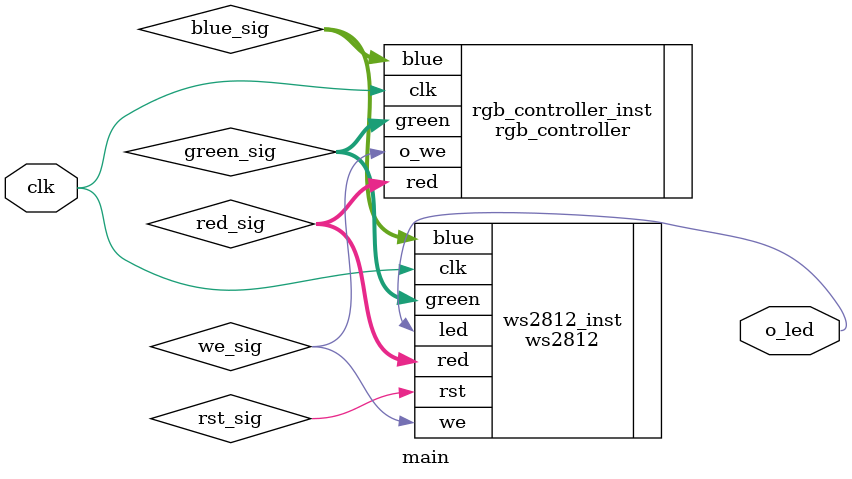
<source format=v>
module main

(
	input clk,
	output o_led
);

wire [7:0] red_sig;
wire [7:0] green_sig;
wire [7:0] blue_sig;
wire we_sig;
wire rst_sig;

rgb_controller rgb_controller_inst
(
	.clk(clk) ,	// input  clk_sig
	.red(red_sig) ,	// output [7:0] red_sig
	.green(green_sig) ,	// output [7:0] green_sig
	.blue(blue_sig) ,	// output [7:0] blue_sig
	.o_we(we_sig) 	// output  o_we_sig
);

ws2812 ws2812_inst
(
	.clk(clk),
	.red(red_sig),
	.green(green_sig),
	.blue(blue_sig),
	.we(we_sig),
	.rst(rst_sig),
	.led(o_led)
);

defparam ws2812_inst.ticks_0h = 15;
defparam ws2812_inst.ticks_0l = 40;
defparam ws2812_inst.ticks_1h = 40;
defparam ws2812_inst.ticks_1l = 15;
defparam ws2812_inst.ticks_rst = 4000;

endmodule
</source>
